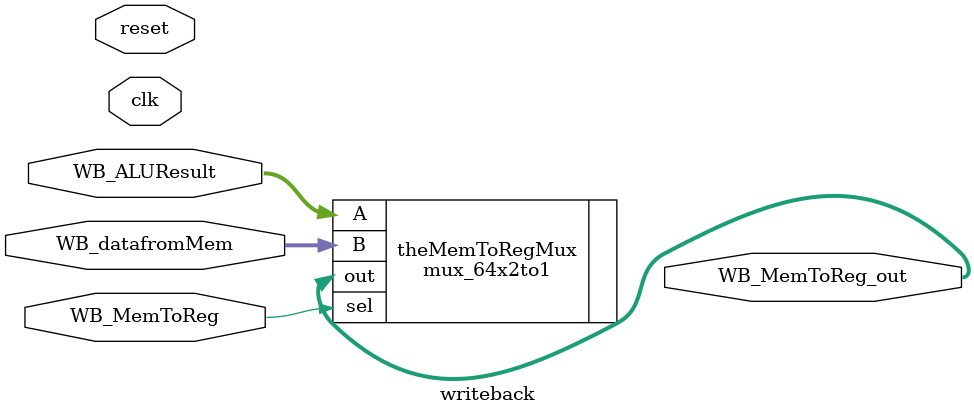
<source format=sv>
module writeback(clk, reset, WB_datafromMem, WB_ALUResult, WB_MemToReg, WB_MemToReg_out);
	input logic clk, reset;
	input logic [63:0] WB_datafromMem, WB_ALUResult;
	input logic WB_MemToReg;
	output logic [63:0] WB_MemToReg_out;
	
	mux_64x2to1 theMemToRegMux (.A(WB_ALUResult), .B(WB_datafromMem), .sel(WB_MemToReg), .out(WB_MemToReg_out));
	
	endmodule
</source>
